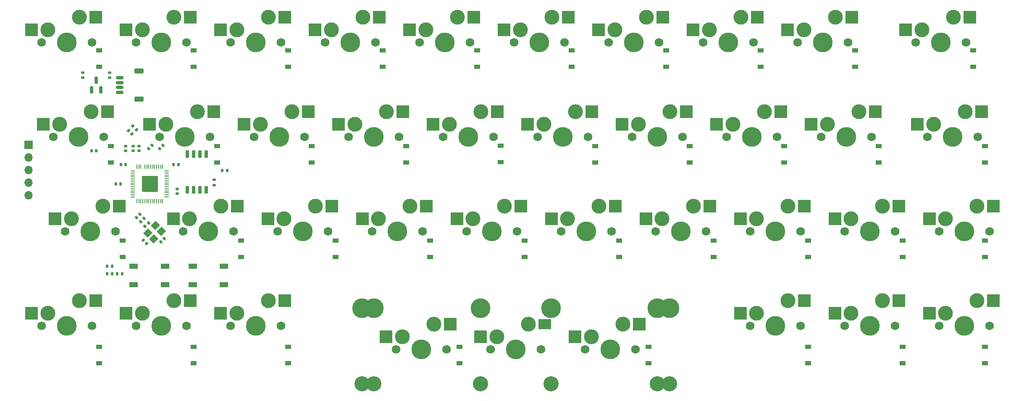
<source format=gbs>
%TF.GenerationSoftware,KiCad,Pcbnew,7.0.6*%
%TF.CreationDate,2023-07-16T16:10:07-04:00*%
%TF.ProjectId,cutiepie2040-hotswap,63757469-6570-4696-9532-3034302d686f,rev?*%
%TF.SameCoordinates,PX2d6b3a0PY6f46b48*%
%TF.FileFunction,Soldermask,Bot*%
%TF.FilePolarity,Negative*%
%FSLAX46Y46*%
G04 Gerber Fmt 4.6, Leading zero omitted, Abs format (unit mm)*
G04 Created by KiCad (PCBNEW 7.0.6) date 2023-07-16 16:10:07*
%MOMM*%
%LPD*%
G01*
G04 APERTURE LIST*
G04 Aperture macros list*
%AMRoundRect*
0 Rectangle with rounded corners*
0 $1 Rounding radius*
0 $2 $3 $4 $5 $6 $7 $8 $9 X,Y pos of 4 corners*
0 Add a 4 corners polygon primitive as box body*
4,1,4,$2,$3,$4,$5,$6,$7,$8,$9,$2,$3,0*
0 Add four circle primitives for the rounded corners*
1,1,$1+$1,$2,$3*
1,1,$1+$1,$4,$5*
1,1,$1+$1,$6,$7*
1,1,$1+$1,$8,$9*
0 Add four rect primitives between the rounded corners*
20,1,$1+$1,$2,$3,$4,$5,0*
20,1,$1+$1,$4,$5,$6,$7,0*
20,1,$1+$1,$6,$7,$8,$9,0*
20,1,$1+$1,$8,$9,$2,$3,0*%
%AMRotRect*
0 Rectangle, with rotation*
0 The origin of the aperture is its center*
0 $1 length*
0 $2 width*
0 $3 Rotation angle, in degrees counterclockwise*
0 Add horizontal line*
21,1,$1,$2,0,0,$3*%
G04 Aperture macros list end*
%ADD10C,1.750000*%
%ADD11C,3.000000*%
%ADD12C,3.987800*%
%ADD13R,2.550000X2.500000*%
%ADD14RoundRect,0.140000X0.021213X-0.219203X0.219203X-0.021213X-0.021213X0.219203X-0.219203X0.021213X0*%
%ADD15R,1.200000X0.900000*%
%ADD16R,1.700000X1.000000*%
%ADD17RoundRect,0.135000X0.035355X-0.226274X0.226274X-0.035355X-0.035355X0.226274X-0.226274X0.035355X0*%
%ADD18RoundRect,0.135000X-0.135000X-0.185000X0.135000X-0.185000X0.135000X0.185000X-0.135000X0.185000X0*%
%ADD19RoundRect,0.135000X0.185000X-0.135000X0.185000X0.135000X-0.185000X0.135000X-0.185000X-0.135000X0*%
%ADD20RoundRect,0.140000X0.170000X-0.140000X0.170000X0.140000X-0.170000X0.140000X-0.170000X-0.140000X0*%
%ADD21C,3.048000*%
%ADD22RoundRect,0.140000X-0.170000X0.140000X-0.170000X-0.140000X0.170000X-0.140000X0.170000X0.140000X0*%
%ADD23RoundRect,0.140000X0.140000X0.170000X-0.140000X0.170000X-0.140000X-0.170000X0.140000X-0.170000X0*%
%ADD24RoundRect,0.135000X-0.226274X-0.035355X-0.035355X-0.226274X0.226274X0.035355X0.035355X0.226274X0*%
%ADD25R,2.550000X2.000000*%
%ADD26RoundRect,0.140000X-0.021213X0.219203X-0.219203X0.021213X0.021213X-0.219203X0.219203X-0.021213X0*%
%ADD27RoundRect,0.140000X-0.140000X-0.170000X0.140000X-0.170000X0.140000X0.170000X-0.140000X0.170000X0*%
%ADD28RoundRect,0.150000X0.150000X-0.587500X0.150000X0.587500X-0.150000X0.587500X-0.150000X-0.587500X0*%
%ADD29RoundRect,0.150000X0.150000X-0.650000X0.150000X0.650000X-0.150000X0.650000X-0.150000X-0.650000X0*%
%ADD30RoundRect,0.050000X0.387500X0.050000X-0.387500X0.050000X-0.387500X-0.050000X0.387500X-0.050000X0*%
%ADD31RoundRect,0.050000X0.050000X0.387500X-0.050000X0.387500X-0.050000X-0.387500X0.050000X-0.387500X0*%
%ADD32RoundRect,0.144000X1.456000X1.456000X-1.456000X1.456000X-1.456000X-1.456000X1.456000X-1.456000X0*%
%ADD33R,1.700000X1.700000*%
%ADD34O,1.700000X1.700000*%
%ADD35RoundRect,0.140000X0.219203X0.021213X0.021213X0.219203X-0.219203X-0.021213X-0.021213X-0.219203X0*%
%ADD36RoundRect,0.150000X-0.625000X0.150000X-0.625000X-0.150000X0.625000X-0.150000X0.625000X0.150000X0*%
%ADD37RoundRect,0.229167X-0.670833X0.320833X-0.670833X-0.320833X0.670833X-0.320833X0.670833X0.320833X0*%
%ADD38RotRect,1.400000X1.200000X45.000000*%
G04 APERTURE END LIST*
D10*
%TO.C,MX35*%
X190817380Y71437794D03*
D11*
X188277380Y76517794D03*
D12*
X185737380Y71437794D03*
D11*
X181927380Y73977794D03*
D10*
X180657380Y71437794D03*
D13*
X178652380Y73977794D03*
X191579380Y76517794D03*
%TD*%
D14*
%TO.C,C_1V-Decoup2*%
X28235661Y49964622D03*
X28914483Y50643444D03*
%TD*%
D10*
%TO.C,MX4*%
X14604880Y14287794D03*
D11*
X12064880Y19367794D03*
D12*
X9524880Y14287794D03*
D11*
X5714880Y16827794D03*
D10*
X4444880Y14287794D03*
D13*
X2439880Y16827794D03*
X15366880Y19367794D03*
%TD*%
D10*
%TO.C,MX1*%
X14604880Y71437794D03*
D11*
X12064880Y76517794D03*
D12*
X9524880Y71437794D03*
D11*
X5714880Y73977794D03*
D10*
X4444880Y71437794D03*
D13*
X2439880Y73977794D03*
X15366880Y76517794D03*
%TD*%
D15*
%TO.C,D6*%
X39885891Y47165862D03*
X39885891Y50465862D03*
%TD*%
%TO.C,D14*%
X77985923Y47165862D03*
X77985923Y50465862D03*
%TD*%
D14*
%TO.C,C_Crystal1*%
X28491564Y31170477D03*
X29170386Y31849299D03*
%TD*%
D16*
%TO.C,SW2*%
X23043816Y22507874D03*
X29343816Y22507874D03*
X23043816Y26307874D03*
X29343816Y26307874D03*
%TD*%
D10*
%TO.C,MX22*%
X119379880Y33337794D03*
D11*
X116839880Y38417794D03*
D12*
X114299880Y33337794D03*
D11*
X110489880Y35877794D03*
D10*
X109219880Y33337794D03*
D13*
X107214880Y35877794D03*
X120141880Y38417794D03*
%TD*%
D15*
%TO.C,D37*%
X194667271Y28115846D03*
X194667271Y31415846D03*
%TD*%
D17*
%TO.C,R_Crystal1*%
X25313221Y34306394D03*
X26034469Y35027642D03*
%TD*%
D10*
%TO.C,MX17*%
X95567380Y52387794D03*
D11*
X93027380Y57467794D03*
D12*
X90487380Y52387794D03*
D11*
X86677380Y54927794D03*
D10*
X85407380Y52387794D03*
D13*
X83402380Y54927794D03*
X96329380Y57467794D03*
%TD*%
D10*
%TO.C,MX2*%
X16986130Y52387794D03*
D11*
X14446130Y57467794D03*
D12*
X11906130Y52387794D03*
D11*
X8096130Y54927794D03*
D10*
X6826130Y52387794D03*
D13*
X4821130Y54927794D03*
X17748130Y57467794D03*
%TD*%
D10*
%TO.C,MX11*%
X62229880Y33337794D03*
D11*
X59689880Y38417794D03*
D12*
X57149880Y33337794D03*
D11*
X53339880Y35877794D03*
D10*
X52069880Y33337794D03*
D13*
X50064880Y35877794D03*
X62991880Y38417794D03*
%TD*%
D18*
%TO.C,R_Flash2*%
X17647076Y24705531D03*
X18667076Y24705531D03*
%TD*%
D10*
%TO.C,MX10*%
X57467380Y52387794D03*
D11*
X54927380Y57467794D03*
D12*
X52387380Y52387794D03*
D11*
X48577380Y54927794D03*
D10*
X47307380Y52387794D03*
D13*
X45302380Y54927794D03*
X58229380Y57467794D03*
%TD*%
D10*
%TO.C,MX18*%
X100329880Y33337794D03*
D11*
X97789880Y38417794D03*
D12*
X95249880Y33337794D03*
D11*
X91439880Y35877794D03*
D10*
X90169880Y33337794D03*
D13*
X88164880Y35877794D03*
X101091880Y38417794D03*
%TD*%
D15*
%TO.C,D17*%
X97035939Y47301801D03*
X97035939Y50601801D03*
%TD*%
D10*
%TO.C,MX30*%
X157479880Y14287794D03*
D11*
X154939880Y19367794D03*
D12*
X152399880Y14287794D03*
D11*
X148589880Y16827794D03*
D10*
X147319880Y14287794D03*
D13*
X145314880Y16827794D03*
X158241880Y19367794D03*
%TD*%
D19*
%TO.C,R_Flash1*%
X39290724Y42650265D03*
X39290724Y43670265D03*
%TD*%
D16*
%TO.C,SW1*%
X34950096Y22507874D03*
X41250096Y22507874D03*
X34950096Y26307874D03*
X41250096Y26307874D03*
%TD*%
D18*
%TO.C,R_Flash3*%
X19730676Y24705531D03*
X20750676Y24705531D03*
%TD*%
D15*
%TO.C,D8*%
X35123387Y6684578D03*
X35123387Y9984578D03*
%TD*%
%TO.C,D20*%
X111323718Y66513453D03*
X111323718Y69813453D03*
%TD*%
%TO.C,D15*%
X82748427Y28115846D03*
X82748427Y31415846D03*
%TD*%
%TO.C,D31*%
X168473499Y66513453D03*
X168473499Y69813453D03*
%TD*%
D20*
%TO.C,C_3V-Decoup2*%
X21431304Y49526376D03*
X21431304Y50486376D03*
%TD*%
D21*
%TO.C,MX23*%
X131000380Y2540024D03*
D12*
X131000380Y17780024D03*
D10*
X124142380Y9525024D03*
D11*
X121602380Y14605024D03*
D12*
X119062380Y9525024D03*
D11*
X115252380Y12065024D03*
D10*
X113982380Y9525024D03*
D21*
X107124380Y2540024D03*
D12*
X107124380Y17780024D03*
D13*
X111977380Y12065024D03*
X124904380Y14605024D03*
%TD*%
D15*
%TO.C,D13*%
X73223622Y66513453D03*
X73223622Y69813453D03*
%TD*%
%TO.C,D23*%
X126801589Y6684578D03*
X126801589Y9984578D03*
%TD*%
D10*
%TO.C,MX33*%
X176529880Y33337794D03*
D11*
X173989880Y38417794D03*
D12*
X171449880Y33337794D03*
D11*
X167639880Y35877794D03*
D10*
X166369880Y33337794D03*
D13*
X164364880Y35877794D03*
X177291880Y38417794D03*
%TD*%
D20*
%TO.C,C_3V-Decoup7*%
X22919589Y49526376D03*
X22919589Y50486376D03*
%TD*%
D15*
%TO.C,D32*%
X173236003Y47165862D03*
X173236003Y50465862D03*
%TD*%
%TO.C,D4*%
X16073371Y6684578D03*
X16073371Y9984578D03*
%TD*%
D10*
%TO.C,MX13*%
X71754880Y71437794D03*
D11*
X69214880Y76517794D03*
D12*
X66674880Y71437794D03*
D11*
X62864880Y73977794D03*
D10*
X61594880Y71437794D03*
D13*
X59589880Y73977794D03*
X72516880Y76517794D03*
%TD*%
D22*
%TO.C,C_3V-Decoup9*%
X31849299Y41854323D03*
X31849299Y40894323D03*
%TD*%
D23*
%TO.C,C_3V-Decoup4*%
X20423019Y42862608D03*
X19463019Y42862608D03*
%TD*%
D15*
%TO.C,D26*%
X139898475Y28115846D03*
X139898475Y31415846D03*
%TD*%
D10*
%TO.C,MX29*%
X157479880Y33337794D03*
D11*
X154939880Y38417794D03*
D12*
X152399880Y33337794D03*
D11*
X148589880Y35877794D03*
D10*
X147319880Y33337794D03*
D13*
X145314880Y35877794D03*
X158241880Y38417794D03*
%TD*%
D15*
%TO.C,D28*%
X154185987Y47165862D03*
X154185987Y50465862D03*
%TD*%
D10*
%TO.C,MX15*%
X81279880Y33337794D03*
D11*
X78739880Y38417794D03*
D12*
X76199880Y33337794D03*
D11*
X72389880Y35877794D03*
D10*
X71119880Y33337794D03*
D13*
X69114880Y35877794D03*
X82041880Y38417794D03*
%TD*%
D24*
%TO.C,R_DATA1*%
X22856622Y54534198D03*
X23577870Y53812950D03*
%TD*%
D21*
%TO.C,MX39*%
X128587380Y2540024D03*
D12*
X128587380Y17780024D03*
D10*
X105092380Y9525024D03*
D11*
X102552380Y14605024D03*
D12*
X100012380Y9525024D03*
D11*
X96202380Y12065024D03*
D10*
X94932380Y9525024D03*
D21*
X71437380Y2540024D03*
D12*
X71437380Y17780024D03*
D13*
X92927380Y12065024D03*
D25*
X105854380Y14605024D03*
%TD*%
D10*
%TO.C,MX14*%
X76517380Y52387794D03*
D11*
X73977380Y57467794D03*
D12*
X71437380Y52387794D03*
D11*
X67627380Y54927794D03*
D10*
X66357380Y52387794D03*
D13*
X64352380Y54927794D03*
X77279380Y57467794D03*
%TD*%
D10*
%TO.C,MX16*%
X90804880Y71437794D03*
D11*
X88264880Y76517794D03*
D12*
X85724880Y71437794D03*
D11*
X81914880Y73977794D03*
D10*
X80644880Y71437794D03*
D13*
X78639880Y73977794D03*
X91566880Y76517794D03*
%TD*%
D10*
%TO.C,MX5*%
X33654880Y71437794D03*
D11*
X31114880Y76517794D03*
D12*
X28574880Y71437794D03*
D11*
X24764880Y73977794D03*
D10*
X23494880Y71437794D03*
D13*
X21489880Y73977794D03*
X34416880Y76517794D03*
%TD*%
D26*
%TO.C,C_3V-Decoup8*%
X25120286Y35899399D03*
X24441464Y35220577D03*
%TD*%
D10*
%TO.C,MX24*%
X128904880Y71437794D03*
D11*
X126364880Y76517794D03*
D12*
X123824880Y71437794D03*
D11*
X120014880Y73977794D03*
D10*
X118744880Y71437794D03*
D13*
X116739880Y73977794D03*
X129666880Y76517794D03*
%TD*%
D27*
%TO.C,C_Flash1*%
X40894323Y45541521D03*
X41854323Y45541521D03*
%TD*%
D10*
%TO.C,MX21*%
X114617380Y52387794D03*
D11*
X112077380Y57467794D03*
D12*
X109537380Y52387794D03*
D11*
X105727380Y54927794D03*
D10*
X104457380Y52387794D03*
D13*
X102452380Y54927794D03*
X115379380Y57467794D03*
%TD*%
D10*
%TO.C,MX32*%
X171767380Y52387794D03*
D11*
X169227380Y57467794D03*
D12*
X166687380Y52387794D03*
D11*
X162877380Y54927794D03*
D10*
X161607380Y52387794D03*
D13*
X159602380Y54927794D03*
X172529380Y57467794D03*
%TD*%
D10*
%TO.C,MX38*%
X195579880Y14287794D03*
D11*
X193039880Y19367794D03*
D12*
X190499880Y14287794D03*
D11*
X186689880Y16827794D03*
D10*
X185419880Y14287794D03*
D13*
X183414880Y16827794D03*
X196341880Y19367794D03*
%TD*%
D15*
%TO.C,D10*%
X58935907Y47165862D03*
X58935907Y50465862D03*
%TD*%
D10*
%TO.C,MX20*%
X109854880Y71437794D03*
D11*
X107314880Y76517794D03*
D12*
X104774880Y71437794D03*
D11*
X100964880Y73977794D03*
D10*
X99694880Y71437794D03*
D13*
X97689880Y73977794D03*
X110616880Y76517794D03*
%TD*%
D15*
%TO.C,D35*%
X192286019Y66513453D03*
X192286019Y69813453D03*
%TD*%
D10*
%TO.C,MX6*%
X38417380Y52387794D03*
D11*
X35877380Y57467794D03*
D12*
X33337380Y52387794D03*
D11*
X29527380Y54927794D03*
D10*
X28257380Y52387794D03*
D13*
X26252380Y54927794D03*
X39179380Y57467794D03*
%TD*%
D15*
%TO.C,D38*%
X194667271Y6684578D03*
X194667271Y9984578D03*
%TD*%
%TO.C,D19*%
X88701557Y6684578D03*
X88701557Y9984578D03*
%TD*%
D28*
%TO.C,U3*%
X16428164Y61868127D03*
X14528164Y61868127D03*
X15478164Y63743127D03*
%TD*%
D10*
%TO.C,MX36*%
X193198630Y52387794D03*
D11*
X190658630Y57467794D03*
D12*
X188118630Y52387794D03*
D11*
X184308630Y54927794D03*
D10*
X183038630Y52387794D03*
D13*
X181033630Y54927794D03*
X193960630Y57467794D03*
%TD*%
D15*
%TO.C,D25*%
X135135971Y47165862D03*
X135135971Y50465862D03*
%TD*%
D10*
%TO.C,MX37*%
X195579880Y33337794D03*
D11*
X193039880Y38417794D03*
D12*
X190499880Y33337794D03*
D11*
X186689880Y35877794D03*
D10*
X185419880Y33337794D03*
D13*
X183414880Y35877794D03*
X196341880Y38417794D03*
%TD*%
D10*
%TO.C,MX8*%
X33654880Y14287794D03*
D11*
X31114880Y19367794D03*
D12*
X28574880Y14287794D03*
D11*
X24764880Y16827794D03*
D10*
X23494880Y14287794D03*
D13*
X21489880Y16827794D03*
X34416880Y19367794D03*
%TD*%
D15*
%TO.C,D11*%
X63698411Y28115846D03*
X63698411Y31415846D03*
%TD*%
D26*
%TO.C,C_1V-Decoup3*%
X24278385Y36741300D03*
X23599563Y36062478D03*
%TD*%
D10*
%TO.C,MX26*%
X138429880Y33337794D03*
D11*
X135889880Y38417794D03*
D12*
X133349880Y33337794D03*
D11*
X129539880Y35877794D03*
D10*
X128269880Y33337794D03*
D13*
X126264880Y35877794D03*
X139191880Y38417794D03*
%TD*%
D15*
%TO.C,D18*%
X101798443Y28115846D03*
X101798443Y31415846D03*
%TD*%
D10*
%TO.C,MX9*%
X52704880Y71437794D03*
D11*
X50164880Y76517794D03*
D12*
X47624880Y71437794D03*
D11*
X43814880Y73977794D03*
D10*
X42544880Y71437794D03*
D13*
X40539880Y73977794D03*
X53466880Y76517794D03*
%TD*%
D15*
%TO.C,D34*%
X177998507Y6684578D03*
X177998507Y9984578D03*
%TD*%
%TO.C,D2*%
X18454623Y47165862D03*
X18454623Y50465862D03*
%TD*%
%TO.C,D3*%
X20835875Y28115846D03*
X20835875Y31415846D03*
%TD*%
%TO.C,D29*%
X158948491Y28115846D03*
X158948491Y31415846D03*
%TD*%
%TO.C,D16*%
X92273670Y66513453D03*
X92273670Y69813453D03*
%TD*%
D27*
%TO.C,C_3V-Decoup6*%
X31071642Y46732149D03*
X32031642Y46732149D03*
%TD*%
D15*
%TO.C,D30*%
X158948491Y6684578D03*
X158948491Y9984578D03*
%TD*%
%TO.C,D1*%
X16073478Y66513453D03*
X16073478Y69813453D03*
%TD*%
D23*
%TO.C,C_3V-Decoup1*%
X15478164Y49526376D03*
X14518164Y49526376D03*
%TD*%
D20*
%TO.C,C_LD1*%
X18157077Y64305627D03*
X18157077Y65265627D03*
%TD*%
D10*
%TO.C,MX7*%
X43179880Y33337794D03*
D11*
X40639880Y38417794D03*
D12*
X38099880Y33337794D03*
D11*
X34289880Y35877794D03*
D10*
X33019880Y33337794D03*
D13*
X31014880Y35877794D03*
X43941880Y38417794D03*
%TD*%
D18*
%TO.C,R_RST1*%
X17647077Y26307874D03*
X18667077Y26307874D03*
%TD*%
D10*
%TO.C,MX12*%
X52704880Y14287794D03*
D11*
X50164880Y19367794D03*
D12*
X47624880Y14287794D03*
D11*
X43814880Y16827794D03*
D10*
X42544880Y14287794D03*
D13*
X40539880Y16827794D03*
X53466880Y19367794D03*
%TD*%
D10*
%TO.C,MX3*%
X19367380Y33337794D03*
D11*
X16827380Y38417794D03*
D12*
X14287380Y33337794D03*
D11*
X10477380Y35877794D03*
D10*
X9207380Y33337794D03*
D13*
X7202380Y35877794D03*
X20129380Y38417794D03*
%TD*%
D29*
%TO.C,U2*%
X37623700Y41643984D03*
X36353700Y41643984D03*
X35083700Y41643984D03*
X33813700Y41643984D03*
X33813700Y48843984D03*
X35083700Y48843984D03*
X36353700Y48843984D03*
X37623700Y48843984D03*
%TD*%
D15*
%TO.C,D33*%
X177998507Y28115846D03*
X177998507Y31415846D03*
%TD*%
%TO.C,D36*%
X194667271Y47165862D03*
X194667271Y50465862D03*
%TD*%
%TO.C,D7*%
X44648395Y28115846D03*
X44648395Y31415846D03*
%TD*%
%TO.C,D12*%
X54173403Y6684578D03*
X54173403Y9984578D03*
%TD*%
D20*
%TO.C,C_1V-Decoup1*%
X24110217Y49526376D03*
X24110217Y50486376D03*
%TD*%
D14*
%TO.C,C_3V-Decoup3*%
X26078189Y49964622D03*
X26757011Y50643444D03*
%TD*%
D10*
%TO.C,MX27*%
X147954880Y71437794D03*
D11*
X145414880Y76517794D03*
D12*
X142874880Y71437794D03*
D11*
X139064880Y73977794D03*
D10*
X137794880Y71437794D03*
D13*
X135789880Y73977794D03*
X148716880Y76517794D03*
%TD*%
D15*
%TO.C,D22*%
X120848459Y28115846D03*
X120848459Y31415846D03*
%TD*%
D30*
%TO.C,U1*%
X29715688Y45462608D03*
X29715688Y45062608D03*
X29715688Y44662608D03*
X29715688Y44262608D03*
X29715688Y43862608D03*
X29715688Y43462608D03*
X29715688Y43062608D03*
X29715688Y42662608D03*
X29715688Y42262608D03*
X29715688Y41862608D03*
X29715688Y41462608D03*
X29715688Y41062608D03*
X29715688Y40662608D03*
X29715688Y40262608D03*
D31*
X28878188Y39425108D03*
X28478188Y39425108D03*
X28078188Y39425108D03*
X27678188Y39425108D03*
X27278188Y39425108D03*
X26878188Y39425108D03*
X26478188Y39425108D03*
X26078188Y39425108D03*
X25678188Y39425108D03*
X25278188Y39425108D03*
X24878188Y39425108D03*
X24478188Y39425108D03*
X24078188Y39425108D03*
X23678188Y39425108D03*
D30*
X22840688Y40262608D03*
X22840688Y40662608D03*
X22840688Y41062608D03*
X22840688Y41462608D03*
X22840688Y41862608D03*
X22840688Y42262608D03*
X22840688Y42662608D03*
X22840688Y43062608D03*
X22840688Y43462608D03*
X22840688Y43862608D03*
X22840688Y44262608D03*
X22840688Y44662608D03*
X22840688Y45062608D03*
X22840688Y45462608D03*
D31*
X23678188Y46300108D03*
X24078188Y46300108D03*
X24478188Y46300108D03*
X25278188Y46300108D03*
X25678188Y46300108D03*
X26078188Y46300108D03*
X26478188Y46300108D03*
X26878188Y46300108D03*
X27278188Y46300108D03*
X27678188Y46300108D03*
X28078188Y46300108D03*
X28478188Y46300108D03*
X28878188Y46300108D03*
D32*
X26278188Y42862608D03*
%TD*%
D33*
%TO.C,J2*%
X1849880Y50712794D03*
D34*
X1849880Y48172794D03*
X1849880Y45632794D03*
X1849880Y43092794D03*
X1849880Y40552794D03*
%TD*%
D15*
%TO.C,D27*%
X149423483Y66513453D03*
X149423483Y69813453D03*
%TD*%
D35*
%TO.C,C_Crystal2*%
X25673845Y30878463D03*
X24995023Y31557285D03*
%TD*%
D10*
%TO.C,MX28*%
X152717380Y52387794D03*
D11*
X150177380Y57467794D03*
D12*
X147637380Y52387794D03*
D11*
X143827380Y54927794D03*
D10*
X142557380Y52387794D03*
D13*
X140552380Y54927794D03*
X153479380Y57467794D03*
%TD*%
D10*
%TO.C,MX25*%
X133667380Y52387794D03*
D11*
X131127380Y57467794D03*
D12*
X128587380Y52387794D03*
D11*
X124777380Y54927794D03*
D10*
X123507380Y52387794D03*
D13*
X121502380Y54927794D03*
X134429380Y57467794D03*
%TD*%
D15*
%TO.C,D9*%
X54173574Y66513453D03*
X54173574Y69813453D03*
%TD*%
%TO.C,D24*%
X130373467Y66513453D03*
X130373467Y69813453D03*
%TD*%
D23*
%TO.C,C_3V-Decoup5*%
X21431304Y46732149D03*
X20471304Y46732149D03*
%TD*%
D24*
%TO.C,R_DATA2*%
X21963651Y53641227D03*
X22684899Y52919979D03*
%TD*%
D10*
%TO.C,MX34*%
X176529880Y14287794D03*
D11*
X173989880Y19367794D03*
D12*
X171449880Y14287794D03*
D11*
X167639880Y16827794D03*
D10*
X166369880Y14287794D03*
D13*
X164364880Y16827794D03*
X177291880Y19367794D03*
%TD*%
D20*
%TO.C,C_LD2*%
X12799251Y64305627D03*
X12799251Y65265627D03*
%TD*%
D36*
%TO.C,J1*%
X20249880Y64305627D03*
X20249880Y63305627D03*
X20249880Y62305627D03*
X20249880Y61305627D03*
D37*
X24124880Y65605627D03*
X24124880Y60005627D03*
%TD*%
D21*
%TO.C,MX19*%
X92900380Y2540294D03*
D12*
X92900380Y17780294D03*
D10*
X86042380Y9525294D03*
D11*
X83502380Y14605294D03*
D12*
X80962380Y9525294D03*
D11*
X77152380Y12065294D03*
D10*
X75882380Y9525294D03*
D21*
X69024380Y2540294D03*
D12*
X69024380Y17780294D03*
D13*
X73877380Y12065294D03*
X86804380Y14605294D03*
%TD*%
D15*
%TO.C,D21*%
X116085955Y47165862D03*
X116085955Y50465862D03*
%TD*%
D38*
%TO.C,Y1*%
X25849854Y32935374D03*
X27405489Y34491009D03*
X28607570Y33288928D03*
X27051935Y31733293D03*
%TD*%
D15*
%TO.C,D5*%
X35123526Y66513453D03*
X35123526Y69813453D03*
%TD*%
D10*
%TO.C,MX31*%
X167004880Y71437794D03*
D11*
X164464880Y76517794D03*
D12*
X161924880Y71437794D03*
D11*
X158114880Y73977794D03*
D10*
X156844880Y71437794D03*
D13*
X154839880Y73977794D03*
X167766880Y76517794D03*
%TD*%
M02*

</source>
